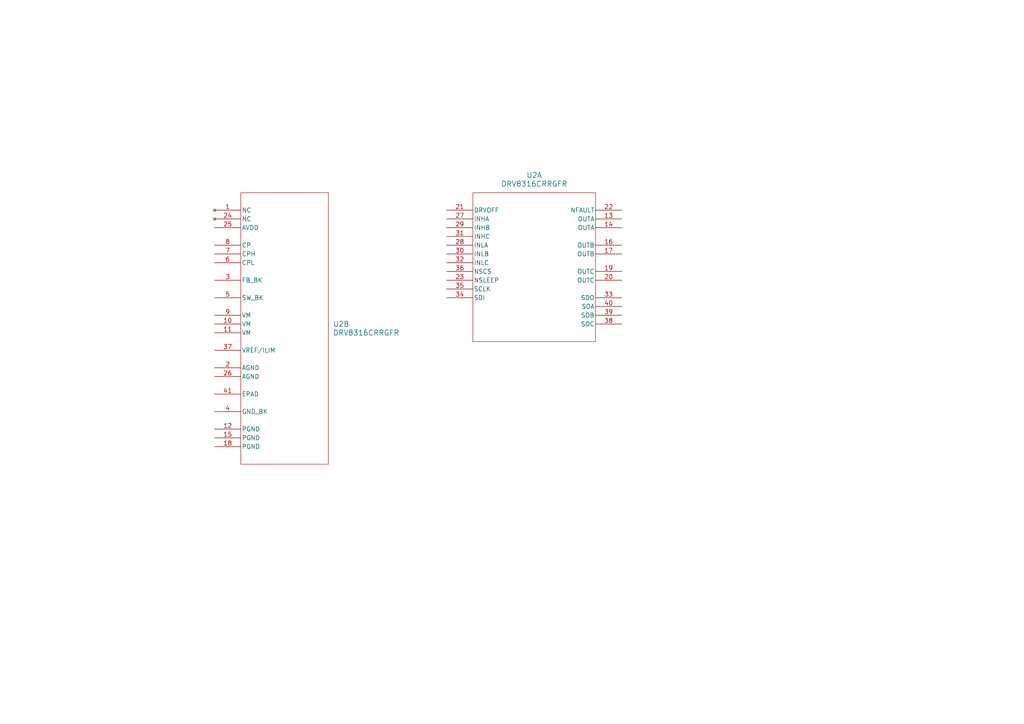
<source format=kicad_sch>
(kicad_sch (version 20250114) (generator "eeschema") (generator_version "9.0")
  (paper "A4")
  (title_block (title "ROAMR motor control board") (date "2026-01-19") (rev "1.0"))
  (lib_symbols
    (symbol "ul_DRV8316CRRGFR:DRV8316CRRGFR" (pin_names (offset 0.254))
      (property "Reference" "U" (at 25.4 10.16 0))
      (property "Value" "DRV8316CRRGFR" (at 25.4 7.62 0))
      (symbol "DRV8316CRRGFR_1_1"
        (polyline (pts (xy 7.62 5.08) (xy 7.62 -38.1)) (stroke (width 0.127)))
        (polyline (pts (xy 7.62 -38.1) (xy 43.18 -38.1)) (stroke (width 0.127)))
        (polyline (pts (xy 43.18 5.08) (xy 7.62 5.08)) (stroke (width 0.127)))
        (polyline (pts (xy 43.18 -38.1) (xy 43.18 5.08)) (stroke (width 0.127)))
        (pin input line (at 0 0 0) (length 7.62) (name "DRVOFF") (number "21"))
        (pin input line (at 0 -2.54 0) (length 7.62) (name "INHA") (number "27"))
        (pin input line (at 0 -5.08 0) (length 7.62) (name "INHB") (number "29"))
        (pin input line (at 0 -7.62 0) (length 7.62) (name "INHC") (number "31"))
        (pin input line (at 0 -10.16 0) (length 7.62) (name "INLA") (number "28"))
        (pin input line (at 0 -12.7 0) (length 7.62) (name "INLB") (number "30"))
        (pin input line (at 0 -15.24 0) (length 7.62) (name "INLC") (number "32"))
        (pin input line (at 0 -17.78 0) (length 7.62) (name "NSCS") (number "36"))
        (pin input line (at 0 -20.32 0) (length 7.62) (name "NSLEEP") (number "23"))
        (pin input line (at 0 -22.86 0) (length 7.62) (name "SCLK") (number "35"))
        (pin input line (at 0 -25.4 0) (length 7.62) (name "SDI") (number "34"))
        (pin output line (at 50.8 0 180) (length 7.62) (name "NFAULT") (number "22"))
        (pin power_in line (at 50.8 -2.54 180) (length 7.62) (name "OUTA") (number "13"))
        (pin power_in line (at 50.8 -5.08 180) (length 7.62) (name "OUTA") (number "14"))
        (pin power_in line (at 50.8 -10.16 180) (length 7.62) (name "OUTB") (number "16"))
        (pin power_in line (at 50.8 -12.7 180) (length 7.62) (name "OUTB") (number "17"))
        (pin power_in line (at 50.8 -17.78 180) (length 7.62) (name "OUTC") (number "19"))
        (pin power_in line (at 50.8 -20.32 180) (length 7.62) (name "OUTC") (number "20"))
        (pin output line (at 50.8 -25.4 180) (length 7.62) (name "SDO") (number "33"))
        (pin output line (at 50.8 -27.94 180) (length 7.62) (name "SOA") (number "40"))
        (pin output line (at 50.8 -30.48 180) (length 7.62) (name "SOB") (number "39"))
        (pin output line (at 50.8 -33.02 180) (length 7.62) (name "SOC") (number "38"))
      )
      (symbol "DRV8316CRRGFR_2_1"
        (polyline (pts (xy 7.62 5.08) (xy 7.62 -73.66)) (stroke (width 0.127)))
        (polyline (pts (xy 7.62 -73.66) (xy 33.02 -73.66)) (stroke (width 0.127)))
        (polyline (pts (xy 33.02 5.08) (xy 7.62 5.08)) (stroke (width 0.127)))
        (polyline (pts (xy 33.02 -73.66) (xy 33.02 5.08)) (stroke (width 0.127)))
        (pin no_connect line (at 0 0 0) (length 7.62) (name "NC") (number "1"))
        (pin no_connect line (at 0 -2.54 0) (length 7.62) (name "NC") (number "24"))
        (pin power_in line (at 0 -5.08 0) (length 7.62) (name "AVDD") (number "25"))
        (pin power_in line (at 0 -10.16 0) (length 7.62) (name "CP") (number "8"))
        (pin power_in line (at 0 -12.7 0) (length 7.62) (name "CPH") (number "7"))
        (pin power_in line (at 0 -15.24 0) (length 7.62) (name "CPL") (number "6"))
        (pin power_in line (at 0 -20.32 0) (length 7.62) (name "FB_BK") (number "3"))
        (pin power_in line (at 0 -25.4 0) (length 7.62) (name "SW_BK") (number "5"))
        (pin power_in line (at 0 -30.48 0) (length 7.62) (name "VM") (number "9"))
        (pin power_in line (at 0 -33.02 0) (length 7.62) (name "VM") (number "10"))
        (pin power_in line (at 0 -35.56 0) (length 7.62) (name "VM") (number "11"))
        (pin power_in line (at 0 -40.64 0) (length 7.62) (name "VREF/ILIM") (number "37"))
        (pin power_out line (at 0 -45.72 0) (length 7.62) (name "AGND") (number "2"))
        (pin power_out line (at 0 -48.26 0) (length 7.62) (name "AGND") (number "26"))
        (pin power_out line (at 0 -53.34 0) (length 7.62) (name "EPAD") (number "41"))
        (pin power_out line (at 0 -58.42 0) (length 7.62) (name "GND_BK") (number "4"))
        (pin power_out line (at 0 -63.5 0) (length 7.62) (name "PGND") (number "12"))
        (pin power_out line (at 0 -66.04 0) (length 7.62) (name "PGND") (number "15"))
        (pin power_out line (at 0 -68.58 0) (length 7.62) (name "PGND") (number "18"))
      )
    )
  )
  (symbol (lib_id "ul_DRV8316CRRGFR:DRV8316CRRGFR") (at 129.54 60.96 0) (unit 1)
    (property "Reference" "U1" (at 154.94 50.8 0) (effects (font (size 1.524 1.524))))
    (property "Value" "DRV8316CRRGFR" (at 154.94 53.34 0) (effects (font (size 1.524 1.524))))
    (property "Footprint" "VQFN40_RGF_TEX" (effects (hide yes)))
    (property "Datasheet" "https://www.ti.com/lit/gpn/drv8316c" (effects (hide yes)))
    (instances (project "" (path "" (reference "U2") (unit 1)) (path "" (reference "U1") (unit 1))))
  )
  (symbol (lib_id "ul_DRV8316CRRGFR:DRV8316CRRGFR") (at 62.23 60.96 0) (unit 2)
    (property "Reference" "U1" (at 96.52 93.9799 0) (effects (font (size 1.524 1.524)) (justify left)))
    (property "Value" "DRV8316CRRGFR" (at 96.52 96.5199 0) (effects (font (size 1.524 1.524)) (justify left)))
    (property "Footprint" "VQFN40_RGF_TEX" (effects (hide yes)))
    (property "Datasheet" "https://www.ti.com/lit/gpn/drv8316c" (effects (hide yes)))
    (instances (project "" (path "" (reference "U2") (unit 2)) (path "" (reference "U1") (unit 2))))
  )
)
</source>
